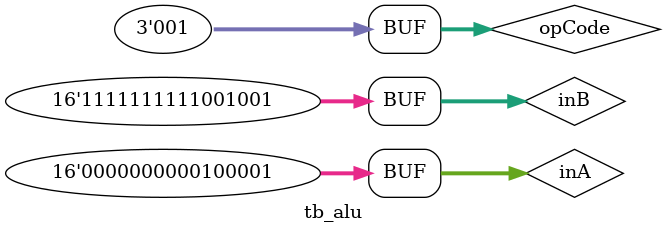
<source format=v>
`timescale 1ns / 1ps


module tb_alu(

    );
    reg [15:0] inA;
    reg [15:0] inB;
    reg [2:0] opCode;
    wire [15:0] result;
    wire zero, neg; 
    alu UUT (.inA(inA), .inB(inB), .opCode(opCode), .result(result), .zero(zero), .neg(neg));
    
    initial
    begin
    inA = 0;
    inB = 0;
    opCode = 0;
    #10;
    
    inA = 9;
    inB = 5;
    opCode = 1;
    #10;
    
    inA = 7;
    inB = 17;
    opCode = 2; //result = 1
    #10;
    
    inA = 35;
    inB = -15;
    opCode = 1;
    #10;
    
    inA = 99;
    inB = 55;
    opCode = 1;
    #10;
    
    inA = 17;
    inB = 6;
    opCode = 2; //result = 0
    #10;
    
    inA = 33;
    inB = -55;
    opCode = 1;
    #10;
    end //initial block
    
endmodule

</source>
